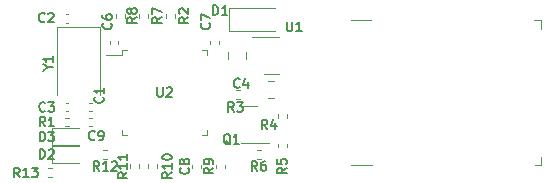
<source format=gbr>
G04 #@! TF.GenerationSoftware,KiCad,Pcbnew,6.0.11+dfsg-1*
G04 #@! TF.CreationDate,2023-04-16T09:36:04+08:00*
G04 #@! TF.ProjectId,stlink,73746c69-6e6b-42e6-9b69-6361645f7063,g*
G04 #@! TF.SameCoordinates,PX5c07920PY68e7780*
G04 #@! TF.FileFunction,Legend,Top*
G04 #@! TF.FilePolarity,Positive*
%FSLAX46Y46*%
G04 Gerber Fmt 4.6, Leading zero omitted, Abs format (unit mm)*
G04 Created by KiCad (PCBNEW 6.0.11+dfsg-1) date 2023-04-16 09:36:04*
%MOMM*%
%LPD*%
G01*
G04 APERTURE LIST*
%ADD10C,0.150000*%
%ADD11C,0.120000*%
%ADD12C,0.100000*%
G04 APERTURE END LIST*
D10*
G04 #@! TO.C,U1*
X36875476Y25983096D02*
X36875476Y25335477D01*
X36913571Y25259286D01*
X36951666Y25221191D01*
X37027857Y25183096D01*
X37180238Y25183096D01*
X37256428Y25221191D01*
X37294523Y25259286D01*
X37332619Y25335477D01*
X37332619Y25983096D01*
X38132619Y25183096D02*
X37675476Y25183096D01*
X37904047Y25183096D02*
X37904047Y25983096D01*
X37827857Y25868810D01*
X37751666Y25792620D01*
X37675476Y25754524D01*
G04 #@! TO.C,C4*
X32866666Y20464286D02*
X32828571Y20426191D01*
X32714285Y20388096D01*
X32638095Y20388096D01*
X32523809Y20426191D01*
X32447619Y20502381D01*
X32409523Y20578572D01*
X32371428Y20730953D01*
X32371428Y20845239D01*
X32409523Y20997620D01*
X32447619Y21073810D01*
X32523809Y21150000D01*
X32638095Y21188096D01*
X32714285Y21188096D01*
X32828571Y21150000D01*
X32866666Y21111905D01*
X33552380Y20921429D02*
X33552380Y20388096D01*
X33361904Y21226191D02*
X33171428Y20654762D01*
X33666666Y20654762D01*
G04 #@! TO.C,R3*
X32366666Y18388096D02*
X32100000Y18769048D01*
X31909523Y18388096D02*
X31909523Y19188096D01*
X32214285Y19188096D01*
X32290476Y19150000D01*
X32328571Y19111905D01*
X32366666Y19035715D01*
X32366666Y18921429D01*
X32328571Y18845239D01*
X32290476Y18807143D01*
X32214285Y18769048D01*
X31909523Y18769048D01*
X32633333Y19188096D02*
X33128571Y19188096D01*
X32861904Y18883334D01*
X32976190Y18883334D01*
X33052380Y18845239D01*
X33090476Y18807143D01*
X33128571Y18730953D01*
X33128571Y18540477D01*
X33090476Y18464286D01*
X33052380Y18426191D01*
X32976190Y18388096D01*
X32747619Y18388096D01*
X32671428Y18426191D01*
X32633333Y18464286D01*
G04 #@! TO.C,C6*
X21985714Y25866667D02*
X22023809Y25828572D01*
X22061904Y25714286D01*
X22061904Y25638096D01*
X22023809Y25523810D01*
X21947619Y25447620D01*
X21871428Y25409524D01*
X21719047Y25371429D01*
X21604761Y25371429D01*
X21452380Y25409524D01*
X21376190Y25447620D01*
X21300000Y25523810D01*
X21261904Y25638096D01*
X21261904Y25714286D01*
X21300000Y25828572D01*
X21338095Y25866667D01*
X21261904Y26552381D02*
X21261904Y26400000D01*
X21300000Y26323810D01*
X21338095Y26285715D01*
X21452380Y26209524D01*
X21604761Y26171429D01*
X21909523Y26171429D01*
X21985714Y26209524D01*
X22023809Y26247620D01*
X22061904Y26323810D01*
X22061904Y26476191D01*
X22023809Y26552381D01*
X21985714Y26590477D01*
X21909523Y26628572D01*
X21719047Y26628572D01*
X21642857Y26590477D01*
X21604761Y26552381D01*
X21566666Y26476191D01*
X21566666Y26323810D01*
X21604761Y26247620D01*
X21642857Y26209524D01*
X21719047Y26171429D01*
G04 #@! TO.C,C7*
X30285714Y25866667D02*
X30323809Y25828572D01*
X30361904Y25714286D01*
X30361904Y25638096D01*
X30323809Y25523810D01*
X30247619Y25447620D01*
X30171428Y25409524D01*
X30019047Y25371429D01*
X29904761Y25371429D01*
X29752380Y25409524D01*
X29676190Y25447620D01*
X29600000Y25523810D01*
X29561904Y25638096D01*
X29561904Y25714286D01*
X29600000Y25828572D01*
X29638095Y25866667D01*
X29561904Y26133334D02*
X29561904Y26666667D01*
X30361904Y26323810D01*
G04 #@! TO.C,C8*
X28515714Y13600667D02*
X28553809Y13562572D01*
X28591904Y13448286D01*
X28591904Y13372096D01*
X28553809Y13257810D01*
X28477619Y13181620D01*
X28401428Y13143524D01*
X28249047Y13105429D01*
X28134761Y13105429D01*
X27982380Y13143524D01*
X27906190Y13181620D01*
X27830000Y13257810D01*
X27791904Y13372096D01*
X27791904Y13448286D01*
X27830000Y13562572D01*
X27868095Y13600667D01*
X28134761Y14057810D02*
X28096666Y13981620D01*
X28058571Y13943524D01*
X27982380Y13905429D01*
X27944285Y13905429D01*
X27868095Y13943524D01*
X27830000Y13981620D01*
X27791904Y14057810D01*
X27791904Y14210191D01*
X27830000Y14286381D01*
X27868095Y14324477D01*
X27944285Y14362572D01*
X27982380Y14362572D01*
X28058571Y14324477D01*
X28096666Y14286381D01*
X28134761Y14210191D01*
X28134761Y14057810D01*
X28172857Y13981620D01*
X28210952Y13943524D01*
X28287142Y13905429D01*
X28439523Y13905429D01*
X28515714Y13943524D01*
X28553809Y13981620D01*
X28591904Y14057810D01*
X28591904Y14210191D01*
X28553809Y14286381D01*
X28515714Y14324477D01*
X28439523Y14362572D01*
X28287142Y14362572D01*
X28210952Y14324477D01*
X28172857Y14286381D01*
X28134761Y14210191D01*
G04 #@! TO.C,C9*
X20616666Y16044286D02*
X20578571Y16006191D01*
X20464285Y15968096D01*
X20388095Y15968096D01*
X20273809Y16006191D01*
X20197619Y16082381D01*
X20159523Y16158572D01*
X20121428Y16310953D01*
X20121428Y16425239D01*
X20159523Y16577620D01*
X20197619Y16653810D01*
X20273809Y16730000D01*
X20388095Y16768096D01*
X20464285Y16768096D01*
X20578571Y16730000D01*
X20616666Y16691905D01*
X20997619Y15968096D02*
X21150000Y15968096D01*
X21226190Y16006191D01*
X21264285Y16044286D01*
X21340476Y16158572D01*
X21378571Y16310953D01*
X21378571Y16615715D01*
X21340476Y16691905D01*
X21302380Y16730000D01*
X21226190Y16768096D01*
X21073809Y16768096D01*
X20997619Y16730000D01*
X20959523Y16691905D01*
X20921428Y16615715D01*
X20921428Y16425239D01*
X20959523Y16349048D01*
X20997619Y16310953D01*
X21073809Y16272858D01*
X21226190Y16272858D01*
X21302380Y16310953D01*
X21340476Y16349048D01*
X21378571Y16425239D01*
G04 #@! TO.C,C2*
X16366666Y26014286D02*
X16328571Y25976191D01*
X16214285Y25938096D01*
X16138095Y25938096D01*
X16023809Y25976191D01*
X15947619Y26052381D01*
X15909523Y26128572D01*
X15871428Y26280953D01*
X15871428Y26395239D01*
X15909523Y26547620D01*
X15947619Y26623810D01*
X16023809Y26700000D01*
X16138095Y26738096D01*
X16214285Y26738096D01*
X16328571Y26700000D01*
X16366666Y26661905D01*
X16671428Y26661905D02*
X16709523Y26700000D01*
X16785714Y26738096D01*
X16976190Y26738096D01*
X17052380Y26700000D01*
X17090476Y26661905D01*
X17128571Y26585715D01*
X17128571Y26509524D01*
X17090476Y26395239D01*
X16633333Y25938096D01*
X17128571Y25938096D01*
G04 #@! TO.C,C3*
X16396666Y18464286D02*
X16358571Y18426191D01*
X16244285Y18388096D01*
X16168095Y18388096D01*
X16053809Y18426191D01*
X15977619Y18502381D01*
X15939523Y18578572D01*
X15901428Y18730953D01*
X15901428Y18845239D01*
X15939523Y18997620D01*
X15977619Y19073810D01*
X16053809Y19150000D01*
X16168095Y19188096D01*
X16244285Y19188096D01*
X16358571Y19150000D01*
X16396666Y19111905D01*
X16663333Y19188096D02*
X17158571Y19188096D01*
X16891904Y18883334D01*
X17006190Y18883334D01*
X17082380Y18845239D01*
X17120476Y18807143D01*
X17158571Y18730953D01*
X17158571Y18540477D01*
X17120476Y18464286D01*
X17082380Y18426191D01*
X17006190Y18388096D01*
X16777619Y18388096D01*
X16701428Y18426191D01*
X16663333Y18464286D01*
G04 #@! TO.C,D2*
X15939523Y14388096D02*
X15939523Y15188096D01*
X16130000Y15188096D01*
X16244285Y15150000D01*
X16320476Y15073810D01*
X16358571Y14997620D01*
X16396666Y14845239D01*
X16396666Y14730953D01*
X16358571Y14578572D01*
X16320476Y14502381D01*
X16244285Y14426191D01*
X16130000Y14388096D01*
X15939523Y14388096D01*
X16701428Y15111905D02*
X16739523Y15150000D01*
X16815714Y15188096D01*
X17006190Y15188096D01*
X17082380Y15150000D01*
X17120476Y15111905D01*
X17158571Y15035715D01*
X17158571Y14959524D01*
X17120476Y14845239D01*
X16663333Y14388096D01*
X17158571Y14388096D01*
G04 #@! TO.C,D3*
X15939523Y15888096D02*
X15939523Y16688096D01*
X16130000Y16688096D01*
X16244285Y16650000D01*
X16320476Y16573810D01*
X16358571Y16497620D01*
X16396666Y16345239D01*
X16396666Y16230953D01*
X16358571Y16078572D01*
X16320476Y16002381D01*
X16244285Y15926191D01*
X16130000Y15888096D01*
X15939523Y15888096D01*
X16663333Y16688096D02*
X17158571Y16688096D01*
X16891904Y16383334D01*
X17006190Y16383334D01*
X17082380Y16345239D01*
X17120476Y16307143D01*
X17158571Y16230953D01*
X17158571Y16040477D01*
X17120476Y15964286D01*
X17082380Y15926191D01*
X17006190Y15888096D01*
X16777619Y15888096D01*
X16701428Y15926191D01*
X16663333Y15964286D01*
G04 #@! TO.C,R12*
X20985714Y13388096D02*
X20719047Y13769048D01*
X20528571Y13388096D02*
X20528571Y14188096D01*
X20833333Y14188096D01*
X20909523Y14150000D01*
X20947619Y14111905D01*
X20985714Y14035715D01*
X20985714Y13921429D01*
X20947619Y13845239D01*
X20909523Y13807143D01*
X20833333Y13769048D01*
X20528571Y13769048D01*
X21747619Y13388096D02*
X21290476Y13388096D01*
X21519047Y13388096D02*
X21519047Y14188096D01*
X21442857Y14073810D01*
X21366666Y13997620D01*
X21290476Y13959524D01*
X22052380Y14111905D02*
X22090476Y14150000D01*
X22166666Y14188096D01*
X22357142Y14188096D01*
X22433333Y14150000D01*
X22471428Y14111905D01*
X22509523Y14035715D01*
X22509523Y13959524D01*
X22471428Y13845239D01*
X22014285Y13388096D01*
X22509523Y13388096D01*
G04 #@! TO.C,D1*
X30609523Y26568096D02*
X30609523Y27368096D01*
X30800000Y27368096D01*
X30914285Y27330000D01*
X30990476Y27253810D01*
X31028571Y27177620D01*
X31066666Y27025239D01*
X31066666Y26910953D01*
X31028571Y26758572D01*
X30990476Y26682381D01*
X30914285Y26606191D01*
X30800000Y26568096D01*
X30609523Y26568096D01*
X31828571Y26568096D02*
X31371428Y26568096D01*
X31600000Y26568096D02*
X31600000Y27368096D01*
X31523809Y27253810D01*
X31447619Y27177620D01*
X31371428Y27139524D01*
G04 #@! TO.C,U2*
X25890476Y20438096D02*
X25890476Y19790477D01*
X25928571Y19714286D01*
X25966666Y19676191D01*
X26042857Y19638096D01*
X26195238Y19638096D01*
X26271428Y19676191D01*
X26309523Y19714286D01*
X26347619Y19790477D01*
X26347619Y20438096D01*
X26690476Y20361905D02*
X26728571Y20400000D01*
X26804761Y20438096D01*
X26995238Y20438096D01*
X27071428Y20400000D01*
X27109523Y20361905D01*
X27147619Y20285715D01*
X27147619Y20209524D01*
X27109523Y20095239D01*
X26652380Y19638096D01*
X27147619Y19638096D01*
G04 #@! TO.C,C1*
X21285714Y19616667D02*
X21323809Y19578572D01*
X21361904Y19464286D01*
X21361904Y19388096D01*
X21323809Y19273810D01*
X21247619Y19197620D01*
X21171428Y19159524D01*
X21019047Y19121429D01*
X20904761Y19121429D01*
X20752380Y19159524D01*
X20676190Y19197620D01*
X20600000Y19273810D01*
X20561904Y19388096D01*
X20561904Y19464286D01*
X20600000Y19578572D01*
X20638095Y19616667D01*
X21361904Y20378572D02*
X21361904Y19921429D01*
X21361904Y20150000D02*
X20561904Y20150000D01*
X20676190Y20073810D01*
X20752380Y19997620D01*
X20790476Y19921429D01*
G04 #@! TO.C,R1*
X16396666Y17138096D02*
X16130000Y17519048D01*
X15939523Y17138096D02*
X15939523Y17938096D01*
X16244285Y17938096D01*
X16320476Y17900000D01*
X16358571Y17861905D01*
X16396666Y17785715D01*
X16396666Y17671429D01*
X16358571Y17595239D01*
X16320476Y17557143D01*
X16244285Y17519048D01*
X15939523Y17519048D01*
X17158571Y17138096D02*
X16701428Y17138096D01*
X16930000Y17138096D02*
X16930000Y17938096D01*
X16853809Y17823810D01*
X16777619Y17747620D01*
X16701428Y17709524D01*
G04 #@! TO.C,R2*
X28531904Y26366667D02*
X28150952Y26100000D01*
X28531904Y25909524D02*
X27731904Y25909524D01*
X27731904Y26214286D01*
X27770000Y26290477D01*
X27808095Y26328572D01*
X27884285Y26366667D01*
X27998571Y26366667D01*
X28074761Y26328572D01*
X28112857Y26290477D01*
X28150952Y26214286D01*
X28150952Y25909524D01*
X27808095Y26671429D02*
X27770000Y26709524D01*
X27731904Y26785715D01*
X27731904Y26976191D01*
X27770000Y27052381D01*
X27808095Y27090477D01*
X27884285Y27128572D01*
X27960476Y27128572D01*
X28074761Y27090477D01*
X28531904Y26633334D01*
X28531904Y27128572D01*
G04 #@! TO.C,R9*
X30623904Y13600667D02*
X30242952Y13334000D01*
X30623904Y13143524D02*
X29823904Y13143524D01*
X29823904Y13448286D01*
X29862000Y13524477D01*
X29900095Y13562572D01*
X29976285Y13600667D01*
X30090571Y13600667D01*
X30166761Y13562572D01*
X30204857Y13524477D01*
X30242952Y13448286D01*
X30242952Y13143524D01*
X30623904Y13981620D02*
X30623904Y14134000D01*
X30585809Y14210191D01*
X30547714Y14248286D01*
X30433428Y14324477D01*
X30281047Y14362572D01*
X29976285Y14362572D01*
X29900095Y14324477D01*
X29862000Y14286381D01*
X29823904Y14210191D01*
X29823904Y14057810D01*
X29862000Y13981620D01*
X29900095Y13943524D01*
X29976285Y13905429D01*
X30166761Y13905429D01*
X30242952Y13943524D01*
X30281047Y13981620D01*
X30319142Y14057810D01*
X30319142Y14210191D01*
X30281047Y14286381D01*
X30242952Y14324477D01*
X30166761Y14362572D01*
G04 #@! TO.C,Q1*
X32098809Y15601905D02*
X32022619Y15640000D01*
X31946428Y15716191D01*
X31832142Y15830477D01*
X31755952Y15868572D01*
X31679761Y15868572D01*
X31717857Y15678096D02*
X31641666Y15716191D01*
X31565476Y15792381D01*
X31527380Y15944762D01*
X31527380Y16211429D01*
X31565476Y16363810D01*
X31641666Y16440000D01*
X31717857Y16478096D01*
X31870238Y16478096D01*
X31946428Y16440000D01*
X32022619Y16363810D01*
X32060714Y16211429D01*
X32060714Y15944762D01*
X32022619Y15792381D01*
X31946428Y15716191D01*
X31870238Y15678096D01*
X31717857Y15678096D01*
X32822619Y15678096D02*
X32365476Y15678096D01*
X32594047Y15678096D02*
X32594047Y16478096D01*
X32517857Y16363810D01*
X32441666Y16287620D01*
X32365476Y16249524D01*
G04 #@! TO.C,R4*
X35196666Y16888096D02*
X34930000Y17269048D01*
X34739523Y16888096D02*
X34739523Y17688096D01*
X35044285Y17688096D01*
X35120476Y17650000D01*
X35158571Y17611905D01*
X35196666Y17535715D01*
X35196666Y17421429D01*
X35158571Y17345239D01*
X35120476Y17307143D01*
X35044285Y17269048D01*
X34739523Y17269048D01*
X35882380Y17421429D02*
X35882380Y16888096D01*
X35691904Y17726191D02*
X35501428Y17154762D01*
X35996666Y17154762D01*
G04 #@! TO.C,R5*
X36861904Y13616667D02*
X36480952Y13350000D01*
X36861904Y13159524D02*
X36061904Y13159524D01*
X36061904Y13464286D01*
X36100000Y13540477D01*
X36138095Y13578572D01*
X36214285Y13616667D01*
X36328571Y13616667D01*
X36404761Y13578572D01*
X36442857Y13540477D01*
X36480952Y13464286D01*
X36480952Y13159524D01*
X36061904Y14340477D02*
X36061904Y13959524D01*
X36442857Y13921429D01*
X36404761Y13959524D01*
X36366666Y14035715D01*
X36366666Y14226191D01*
X36404761Y14302381D01*
X36442857Y14340477D01*
X36519047Y14378572D01*
X36709523Y14378572D01*
X36785714Y14340477D01*
X36823809Y14302381D01*
X36861904Y14226191D01*
X36861904Y14035715D01*
X36823809Y13959524D01*
X36785714Y13921429D01*
G04 #@! TO.C,R7*
X26281904Y26366667D02*
X25900952Y26100000D01*
X26281904Y25909524D02*
X25481904Y25909524D01*
X25481904Y26214286D01*
X25520000Y26290477D01*
X25558095Y26328572D01*
X25634285Y26366667D01*
X25748571Y26366667D01*
X25824761Y26328572D01*
X25862857Y26290477D01*
X25900952Y26214286D01*
X25900952Y25909524D01*
X25481904Y26633334D02*
X25481904Y27166667D01*
X26281904Y26823810D01*
G04 #@! TO.C,R8*
X24161904Y26366667D02*
X23780952Y26100000D01*
X24161904Y25909524D02*
X23361904Y25909524D01*
X23361904Y26214286D01*
X23400000Y26290477D01*
X23438095Y26328572D01*
X23514285Y26366667D01*
X23628571Y26366667D01*
X23704761Y26328572D01*
X23742857Y26290477D01*
X23780952Y26214286D01*
X23780952Y25909524D01*
X23704761Y26823810D02*
X23666666Y26747620D01*
X23628571Y26709524D01*
X23552380Y26671429D01*
X23514285Y26671429D01*
X23438095Y26709524D01*
X23400000Y26747620D01*
X23361904Y26823810D01*
X23361904Y26976191D01*
X23400000Y27052381D01*
X23438095Y27090477D01*
X23514285Y27128572D01*
X23552380Y27128572D01*
X23628571Y27090477D01*
X23666666Y27052381D01*
X23704761Y26976191D01*
X23704761Y26823810D01*
X23742857Y26747620D01*
X23780952Y26709524D01*
X23857142Y26671429D01*
X24009523Y26671429D01*
X24085714Y26709524D01*
X24123809Y26747620D01*
X24161904Y26823810D01*
X24161904Y26976191D01*
X24123809Y27052381D01*
X24085714Y27090477D01*
X24009523Y27128572D01*
X23857142Y27128572D01*
X23780952Y27090477D01*
X23742857Y27052381D01*
X23704761Y26976191D01*
G04 #@! TO.C,R10*
X27111904Y13235715D02*
X26730952Y12969048D01*
X27111904Y12778572D02*
X26311904Y12778572D01*
X26311904Y13083334D01*
X26350000Y13159524D01*
X26388095Y13197620D01*
X26464285Y13235715D01*
X26578571Y13235715D01*
X26654761Y13197620D01*
X26692857Y13159524D01*
X26730952Y13083334D01*
X26730952Y12778572D01*
X27111904Y13997620D02*
X27111904Y13540477D01*
X27111904Y13769048D02*
X26311904Y13769048D01*
X26426190Y13692858D01*
X26502380Y13616667D01*
X26540476Y13540477D01*
X26311904Y14492858D02*
X26311904Y14569048D01*
X26350000Y14645239D01*
X26388095Y14683334D01*
X26464285Y14721429D01*
X26616666Y14759524D01*
X26807142Y14759524D01*
X26959523Y14721429D01*
X27035714Y14683334D01*
X27073809Y14645239D01*
X27111904Y14569048D01*
X27111904Y14492858D01*
X27073809Y14416667D01*
X27035714Y14378572D01*
X26959523Y14340477D01*
X26807142Y14302381D01*
X26616666Y14302381D01*
X26464285Y14340477D01*
X26388095Y14378572D01*
X26350000Y14416667D01*
X26311904Y14492858D01*
G04 #@! TO.C,R6*
X34366666Y13388096D02*
X34100000Y13769048D01*
X33909523Y13388096D02*
X33909523Y14188096D01*
X34214285Y14188096D01*
X34290476Y14150000D01*
X34328571Y14111905D01*
X34366666Y14035715D01*
X34366666Y13921429D01*
X34328571Y13845239D01*
X34290476Y13807143D01*
X34214285Y13769048D01*
X33909523Y13769048D01*
X35052380Y14188096D02*
X34900000Y14188096D01*
X34823809Y14150000D01*
X34785714Y14111905D01*
X34709523Y13997620D01*
X34671428Y13845239D01*
X34671428Y13540477D01*
X34709523Y13464286D01*
X34747619Y13426191D01*
X34823809Y13388096D01*
X34976190Y13388096D01*
X35052380Y13426191D01*
X35090476Y13464286D01*
X35128571Y13540477D01*
X35128571Y13730953D01*
X35090476Y13807143D01*
X35052380Y13845239D01*
X34976190Y13883334D01*
X34823809Y13883334D01*
X34747619Y13845239D01*
X34709523Y13807143D01*
X34671428Y13730953D01*
G04 #@! TO.C,Y1*
X16680952Y22119048D02*
X17061904Y22119048D01*
X16261904Y21852381D02*
X16680952Y22119048D01*
X16261904Y22385715D01*
X17061904Y23071429D02*
X17061904Y22614286D01*
X17061904Y22842858D02*
X16261904Y22842858D01*
X16376190Y22766667D01*
X16452380Y22690477D01*
X16490476Y22614286D01*
G04 #@! TO.C,R13*
X14235714Y12838096D02*
X13969047Y13219048D01*
X13778571Y12838096D02*
X13778571Y13638096D01*
X14083333Y13638096D01*
X14159523Y13600000D01*
X14197619Y13561905D01*
X14235714Y13485715D01*
X14235714Y13371429D01*
X14197619Y13295239D01*
X14159523Y13257143D01*
X14083333Y13219048D01*
X13778571Y13219048D01*
X14997619Y12838096D02*
X14540476Y12838096D01*
X14769047Y12838096D02*
X14769047Y13638096D01*
X14692857Y13523810D01*
X14616666Y13447620D01*
X14540476Y13409524D01*
X15264285Y13638096D02*
X15759523Y13638096D01*
X15492857Y13333334D01*
X15607142Y13333334D01*
X15683333Y13295239D01*
X15721428Y13257143D01*
X15759523Y13180953D01*
X15759523Y12990477D01*
X15721428Y12914286D01*
X15683333Y12876191D01*
X15607142Y12838096D01*
X15378571Y12838096D01*
X15302380Y12876191D01*
X15264285Y12914286D01*
G04 #@! TO.C,R11*
X23361904Y13235715D02*
X22980952Y12969048D01*
X23361904Y12778572D02*
X22561904Y12778572D01*
X22561904Y13083334D01*
X22600000Y13159524D01*
X22638095Y13197620D01*
X22714285Y13235715D01*
X22828571Y13235715D01*
X22904761Y13197620D01*
X22942857Y13159524D01*
X22980952Y13083334D01*
X22980952Y12778572D01*
X23361904Y13997620D02*
X23361904Y13540477D01*
X23361904Y13769048D02*
X22561904Y13769048D01*
X22676190Y13692858D01*
X22752380Y13616667D01*
X22790476Y13540477D01*
X23361904Y14759524D02*
X23361904Y14302381D01*
X23361904Y14530953D02*
X22561904Y14530953D01*
X22676190Y14454762D01*
X22752380Y14378572D01*
X22790476Y14302381D01*
D11*
G04 #@! TO.C,U1*
X35580000Y21572000D02*
X36230000Y21572000D01*
X35580000Y24692000D02*
X36230000Y24692000D01*
X35580000Y24692000D02*
X33905000Y24692000D01*
X35580000Y21572000D02*
X34930000Y21572000D01*
G04 #@! TO.C,C4*
X35761252Y20985000D02*
X35238748Y20985000D01*
X35761252Y19515000D02*
X35238748Y19515000D01*
G04 #@! TO.C,C5*
X33385000Y22870748D02*
X33385000Y23393252D01*
X31915000Y22870748D02*
X31915000Y23393252D01*
G04 #@! TO.C,R3*
X32903641Y20180000D02*
X32596359Y20180000D01*
X32903641Y19420000D02*
X32596359Y19420000D01*
G04 #@! TO.C,C6*
X21890000Y24142164D02*
X21890000Y24357836D01*
X22610000Y24142164D02*
X22610000Y24357836D01*
G04 #@! TO.C,C7*
X30390000Y24142164D02*
X30390000Y24357836D01*
X31110000Y24142164D02*
X31110000Y24357836D01*
G04 #@! TO.C,C8*
X29590000Y13841836D02*
X29590000Y13626164D01*
X28870000Y13841836D02*
X28870000Y13626164D01*
G04 #@! TO.C,C9*
X20357836Y17140000D02*
X20142164Y17140000D01*
X20357836Y17860000D02*
X20142164Y17860000D01*
G04 #@! TO.C,C2*
X18357836Y26610000D02*
X18142164Y26610000D01*
X18357836Y25890000D02*
X18142164Y25890000D01*
G04 #@! TO.C,C3*
X18142164Y18390000D02*
X18357836Y18390000D01*
X18142164Y19110000D02*
X18357836Y19110000D01*
G04 #@! TO.C,D2*
X17015000Y15485000D02*
X17015000Y14015000D01*
X17015000Y14015000D02*
X19300000Y14015000D01*
X19300000Y15485000D02*
X17015000Y15485000D01*
G04 #@! TO.C,D3*
X17015000Y15515000D02*
X19300000Y15515000D01*
X17015000Y16985000D02*
X17015000Y15515000D01*
X19300000Y16985000D02*
X17015000Y16985000D01*
G04 #@! TO.C,R12*
X21346359Y15130000D02*
X21653641Y15130000D01*
X21346359Y14370000D02*
X21653641Y14370000D01*
G04 #@! TO.C,D1*
X32000000Y25180000D02*
X35900000Y25180000D01*
X32000000Y27180000D02*
X35900000Y27180000D01*
X32000000Y27180000D02*
X32000000Y25180000D01*
G04 #@! TO.C,U2*
X22890000Y23160000D02*
X21600000Y23160000D01*
X30110000Y23610000D02*
X30110000Y23160000D01*
X30110000Y16390000D02*
X30110000Y16840000D01*
X23340000Y16390000D02*
X22890000Y16390000D01*
X29660000Y23610000D02*
X30110000Y23610000D01*
X22890000Y23610000D02*
X22890000Y23160000D01*
X23340000Y23610000D02*
X22890000Y23610000D01*
X29660000Y16390000D02*
X30110000Y16390000D01*
X22890000Y16390000D02*
X22890000Y16840000D01*
D12*
G04 #@! TO.C,J1*
X58425000Y13875000D02*
X57875000Y13875000D01*
X42300000Y26125000D02*
X43075000Y26125000D01*
X58425000Y14575000D02*
X58425000Y13875000D01*
X58425000Y25400000D02*
X58425000Y26125000D01*
X43050000Y26125000D02*
X44000000Y26125000D01*
X42300000Y13875000D02*
X44075000Y13875000D01*
X58425000Y26125000D02*
X57825000Y26125000D01*
D11*
G04 #@! TO.C,C1*
X20357836Y18390000D02*
X20142164Y18390000D01*
X20357836Y19110000D02*
X20142164Y19110000D01*
G04 #@! TO.C,R1*
X18403641Y17120000D02*
X18096359Y17120000D01*
X18403641Y17880000D02*
X18096359Y17880000D01*
G04 #@! TO.C,R2*
X27380000Y26653641D02*
X27380000Y26346359D01*
X26620000Y26653641D02*
X26620000Y26346359D01*
G04 #@! TO.C,R9*
X31642000Y13580359D02*
X31642000Y13887641D01*
X30882000Y13580359D02*
X30882000Y13887641D01*
G04 #@! TO.C,Q1*
X33675000Y15730000D02*
X33025000Y15730000D01*
X33675000Y18850000D02*
X33025000Y18850000D01*
X33675000Y15730000D02*
X35350000Y15730000D01*
X33675000Y18850000D02*
X34325000Y18850000D01*
G04 #@! TO.C,R4*
X36120000Y17846359D02*
X36120000Y18153641D01*
X36880000Y17846359D02*
X36880000Y18153641D01*
G04 #@! TO.C,R5*
X36880000Y15346359D02*
X36880000Y15653641D01*
X36120000Y15346359D02*
X36120000Y15653641D01*
G04 #@! TO.C,R7*
X24370000Y26653641D02*
X24370000Y26346359D01*
X25130000Y26653641D02*
X25130000Y26346359D01*
G04 #@! TO.C,R8*
X22370000Y26653641D02*
X22370000Y26346359D01*
X23130000Y26653641D02*
X23130000Y26346359D01*
G04 #@! TO.C,R10*
X25120000Y13903641D02*
X25120000Y13596359D01*
X25880000Y13903641D02*
X25880000Y13596359D01*
G04 #@! TO.C,R6*
X34346359Y15130000D02*
X34653641Y15130000D01*
X34346359Y14370000D02*
X34653641Y14370000D01*
G04 #@! TO.C,Y1*
X21050000Y19800000D02*
X21050000Y25550000D01*
X17450000Y25550000D02*
X17450000Y19800000D01*
X21050000Y25550000D02*
X17450000Y25550000D01*
G04 #@! TO.C,R13*
X16953641Y12870000D02*
X16646359Y12870000D01*
X16953641Y13630000D02*
X16646359Y13630000D01*
G04 #@! TO.C,R11*
X24380000Y13596359D02*
X24380000Y13903641D01*
X23620000Y13596359D02*
X23620000Y13903641D01*
G04 #@! TD*
M02*

</source>
